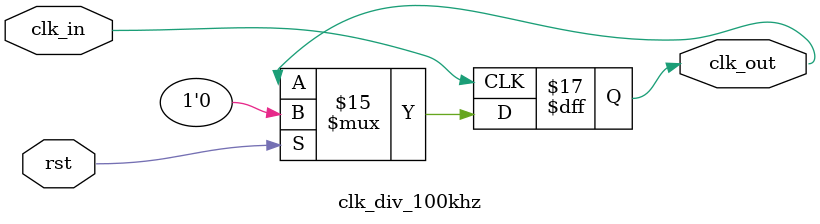
<source format=sv>
module clk_div_100khz (
    input  wire clk_in,    // 100MHz 输入时钟
    input  wire rst,       // 同步复位
    output reg  clk_out    // 1MHz 输出时钟
);

    reg [6:0] cnt; 

    always @(posedge clk_in) begin
        if (rst) begin
            cnt     <= 0;
            clk_out <= 0;
        end else begin
            if (cnt == 499) begin
                cnt     <= 0;
                clk_out <= ~clk_out; // 翻转输出
            end else begin
                cnt <= cnt + 1;
            end
        end
    end

endmodule
</source>
